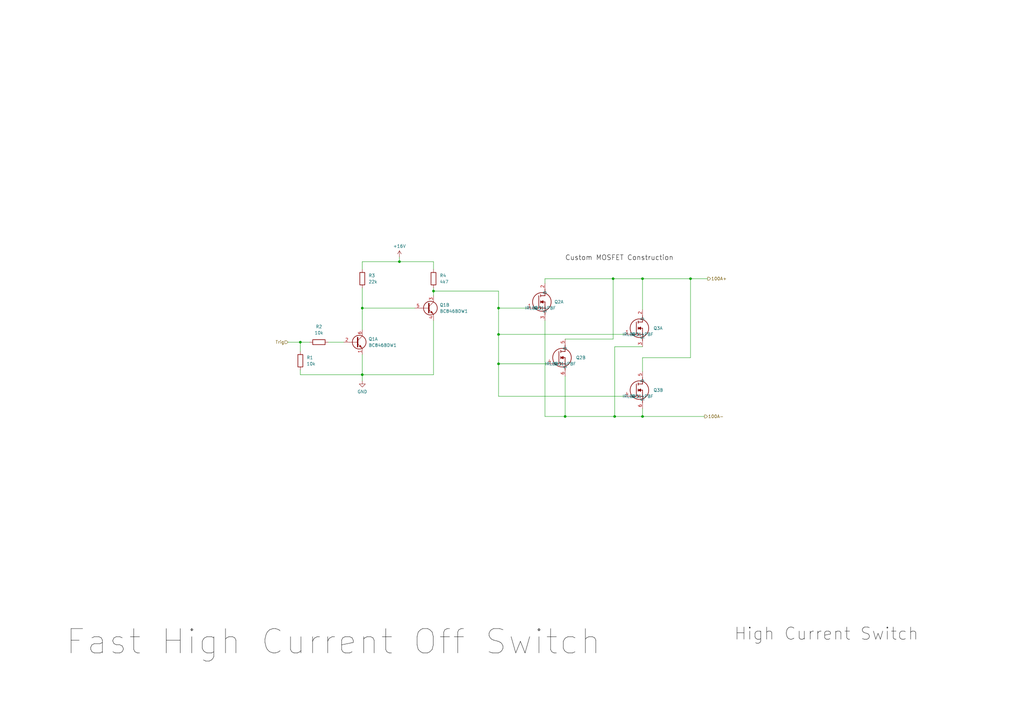
<source format=kicad_sch>
(kicad_sch (version 20230121) (generator eeschema)
  (paper "A3")
  (title_block (title "TEST137- GAVIM Upgrade V2") (date "2024-01-02") (rev "Is01.00") (company "Control Techniques"))
  (lib_symbols
    (symbol "CustomPads:+16V" (power) (pin_names (offset 0)) (in_bom no) (on_board no)
      (property "Value" "+16V" (at 0 3.556 0))
      (symbol "+16V_0_1"
        (polyline (pts (xy -0.762 1.27) (xy 0 2.54)))
        (polyline (pts (xy 0 0) (xy 0 2.54)))
        (polyline (pts (xy 0 2.54) (xy 0.762 1.27)))
      )
      (symbol "+16V_1_1"
        (pin power_in line (at 0 0 90) (length 0) hide (name "+16V") (number "1"))
      )
    )
    (symbol "CustomPads:MOSFET_Construct"
      (property "Reference" "Q" (at -2.54 9.525 0))
      (symbol "MOSFET_Construct_1_1"
        (polyline (pts (xy -3.175 0) (xy -0.635 0)) (stroke (width 0.254)))
        (polyline (pts (xy -0.635 5.08) (xy -0.635 0)) (stroke (width 0.254)))
        (polyline (pts (xy 0.127 -0.508) (xy 0.127 0.508)) (stroke (width 0.254)))
        (polyline (pts (xy 0.127 0) (xy 1.905 0)) (stroke (width 0.254)))
        (polyline (pts (xy 0.127 2.032) (xy 0.127 3.048)) (stroke (width 0.254)))
        (polyline (pts (xy 0.127 5.588) (xy 0.127 4.572)) (stroke (width 0.254)))
        (polyline (pts (xy 1.905 2.54) (xy 0.127 2.54)) (stroke (width 0.254)))
        (polyline (pts (xy 1.905 2.54) (xy 1.905 -2.54)) (stroke (width 0.254)))
        (polyline (pts (xy 1.905 5.08) (xy 0.127 5.08)) (stroke (width 0.254)))
        (polyline (pts (xy 1.905 5.08) (xy 1.905 7.62)) (stroke (width 0.254)))
        (polyline (pts (xy 0.127 2.54) (xy 1.143 3.048) (xy 1.143 2.032) (xy 0.127 2.54)) (stroke (width 0.254)) (fill (type outline)))
        (circle (center 0.635 2.54) (radius 3.81) (stroke (width 0.254)))
        (pin passive line (at -5.715 0 0) (length 2.54) (name "G") (number "1"))
        (pin passive line (at 1.905 10.16 270) (length 2.54) (name "D") (number "2"))
        (pin passive line (at 1.905 -5.08 90) (length 2.54) (name "S") (number "3"))
      )
      (symbol "MOSFET_Construct_2_1"
        (polyline (pts (xy -3.175 0) (xy -0.635 0)) (stroke (width 0.254)))
        (polyline (pts (xy -0.635 5.08) (xy -0.635 0)) (stroke (width 0.254)))
        (polyline (pts (xy 0.127 -0.508) (xy 0.127 0.508)) (stroke (width 0.254)))
        (polyline (pts (xy 0.127 0) (xy 1.905 0)) (stroke (width 0.254)))
        (polyline (pts (xy 0.127 2.032) (xy 0.127 3.048)) (stroke (width 0.254)))
        (polyline (pts (xy 0.127 5.588) (xy 0.127 4.572)) (stroke (width 0.254)))
        (polyline (pts (xy 1.905 2.54) (xy 0.127 2.54)) (stroke (width 0.254)))
        (polyline (pts (xy 1.905 2.54) (xy 1.905 -2.54)) (stroke (width 0.254)))
        (polyline (pts (xy 1.905 5.08) (xy 0.127 5.08)) (stroke (width 0.254)))
        (polyline (pts (xy 1.905 5.08) (xy 1.905 7.62)) (stroke (width 0.254)))
        (polyline (pts (xy 0.127 2.54) (xy 1.143 3.048) (xy 1.143 2.032) (xy 0.127 2.54)) (stroke (width 0.254)) (fill (type outline)))
        (circle (center 0.635 2.54) (radius 3.81) (stroke (width 0.254)))
        (pin passive line (at -5.715 0 0) (length 2.54) (name "G") (number "4"))
        (pin passive line (at 1.905 10.16 270) (length 2.54) (name "D") (number "5"))
        (pin passive line (at 1.905 -5.08 90) (length 2.54) (name "S") (number "6"))
      )
    )
    (symbol "Device:R" (pin_numbers hide) (pin_names (offset 0))
      (property "Reference" "R" (at 2.032 0 90))
      (property "Value" "R" (at 0 0 90))
      (symbol "R_0_1"
        (rectangle (start -1.016 -2.54) (end 1.016 2.54) (stroke (width 0.254)))
      )
      (symbol "R_1_1"
        (pin passive line (at 0 3.81 270) (length 1.27) (name "~") (number "1"))
        (pin passive line (at 0 -3.81 90) (length 1.27) (name "~") (number "2"))
      )
    )
    (symbol "Transistor_BJT:BC846BDW1" (pin_names (offset 0) hide)
      (property "Reference" "Q" (at 5.08 1.27 0))
      (property "Value" "BC846BDW1" (at 5.08 -1.27 0))
      (symbol "BC846BDW1_0_1"
        (polyline (pts (xy 0.635 0) (xy -2.54 0)))
        (polyline (pts (xy 0.635 0.635) (xy 2.54 2.54)))
        (polyline (pts (xy 0.635 -0.635) (xy 2.54 -2.54) (xy 2.54 -2.54)))
        (polyline (pts (xy 0.635 1.905) (xy 0.635 -1.905) (xy 0.635 -1.905)) (stroke (width 0.508)))
        (polyline (pts (xy 1.27 -1.778) (xy 1.778 -1.27) (xy 2.286 -2.286) (xy 1.27 -1.778) (xy 1.27 -1.778)) (fill (type outline)))
        (circle (center 1.27 0) (radius 2.8194) (stroke (width 0.254)))
      )
      (symbol "BC846BDW1_1_1"
        (pin passive line (at 2.54 -5.08 90) (length 2.54) (name "E1") (number "1"))
        (pin input line (at -5.08 0 0) (length 2.54) (name "B1") (number "2"))
        (pin passive line (at 2.54 5.08 270) (length 2.54) (name "C1") (number "6"))
      )
      (symbol "BC846BDW1_2_1"
        (pin passive line (at 2.54 5.08 270) (length 2.54) (name "C2") (number "3"))
        (pin passive line (at 2.54 -5.08 90) (length 2.54) (name "E2") (number "4"))
        (pin input line (at -5.08 0 0) (length 2.54) (name "B2") (number "5"))
      )
    )
    (symbol "power:GND" (power) (pin_names (offset 0))
      (property "Value" "GND" (at 0 -3.81 0))
      (symbol "GND_0_1"
        (polyline (pts (xy 0 0) (xy 0 -1.27) (xy 1.27 -1.27) (xy 0 -2.54) (xy -1.27 -1.27) (xy 0 -1.27)))
      )
      (symbol "GND_1_1"
        (pin power_in line (at 0 0 270) (length 0) hide (name "GND") (number "1"))
      )
    )
  )
  (junction (at 148.59 153.67))
  (junction (at 251.46 114.3))
  (junction (at 283.21 114.3))
  (junction (at 123.19 140.335))
  (junction (at 163.83 107.315))
  (junction (at 204.47 149.225))
  (junction (at 204.47 126.365))
  (junction (at 204.47 137.16))
  (junction (at 252.095 170.815))
  (junction (at 263.525 170.815))
  (junction (at 263.525 114.3))
  (junction (at 177.8 119.38))
  (junction (at 148.59 126.365))
  (junction (at 231.775 170.815))
  (wire (pts (xy 123.19 144.145) (xy 123.19 140.335)))
  (wire (pts (xy 177.8 118.11) (xy 177.8 119.38)))
  (wire (pts (xy 204.47 119.38) (xy 177.8 119.38)))
  (wire (pts (xy 148.59 153.67) (xy 148.59 156.21)))
  (wire (pts (xy 288.925 170.815) (xy 263.525 170.815)))
  (wire (pts (xy 251.46 114.3) (xy 263.525 114.3)))
  (wire (pts (xy 123.19 140.335) (xy 127 140.335)))
  (wire (pts (xy 148.59 110.49) (xy 148.59 107.315)))
  (wire (pts (xy 255.905 137.16) (xy 204.47 137.16)))
  (wire (pts (xy 177.8 131.445) (xy 177.8 153.67)))
  (wire (pts (xy 123.19 153.67) (xy 148.59 153.67)))
  (wire (pts (xy 283.21 146.685) (xy 283.21 114.3)))
  (wire (pts (xy 204.47 126.365) (xy 204.47 119.38)))
  (wire (pts (xy 163.83 107.315) (xy 177.8 107.315)))
  (wire (pts (xy 177.8 153.67) (xy 148.59 153.67)))
  (wire (pts (xy 177.8 119.38) (xy 177.8 121.285)))
  (wire (pts (xy 123.19 151.765) (xy 123.19 153.67)))
  (wire (pts (xy 263.525 127) (xy 263.525 114.3)))
  (wire (pts (xy 263.525 146.685) (xy 283.21 146.685)))
  (wire (pts (xy 170.18 126.365) (xy 148.59 126.365)))
  (wire (pts (xy 251.46 139.065) (xy 251.46 114.3)))
  (wire (pts (xy 263.525 114.3) (xy 283.21 114.3)))
  (wire (pts (xy 231.775 170.815) (xy 252.095 170.815)))
  (wire (pts (xy 204.47 137.16) (xy 204.47 149.225)))
  (wire (pts (xy 134.62 140.335) (xy 140.97 140.335)))
  (wire (pts (xy 283.21 114.3) (xy 290.195 114.3)))
  (wire (pts (xy 223.52 131.445) (xy 223.52 170.815)))
  (wire (pts (xy 148.59 126.365) (xy 148.59 135.255)))
  (wire (pts (xy 263.525 152.4) (xy 263.525 146.685)))
  (wire (pts (xy 255.905 162.56) (xy 204.47 162.56)))
  (wire (pts (xy 148.59 118.11) (xy 148.59 126.365)))
  (wire (pts (xy 223.52 114.3) (xy 251.46 114.3)))
  (wire (pts (xy 204.47 126.365) (xy 204.47 137.16)))
  (wire (pts (xy 223.52 114.3) (xy 223.52 116.205)))
  (wire (pts (xy 148.59 107.315) (xy 163.83 107.315)))
  (wire (pts (xy 204.47 149.225) (xy 204.47 162.56)))
  (wire (pts (xy 252.095 170.815) (xy 263.525 170.815)))
  (wire (pts (xy 118.11 140.335) (xy 123.19 140.335)))
  (wire (pts (xy 223.52 170.815) (xy 231.775 170.815)))
  (wire (pts (xy 177.8 107.315) (xy 177.8 110.49)))
  (wire (pts (xy 148.59 145.415) (xy 148.59 153.67)))
  (wire (pts (xy 163.83 105.41) (xy 163.83 107.315)))
  (wire (pts (xy 263.525 142.24) (xy 252.095 142.24)))
  (wire (pts (xy 263.525 170.815) (xy 263.525 167.64)))
  (wire (pts (xy 252.095 142.24) (xy 252.095 170.815)))
  (wire (pts (xy 231.775 139.065) (xy 251.46 139.065)))
  (wire (pts (xy 231.775 154.305) (xy 231.775 170.815)))
  (wire (pts (xy 215.9 126.365) (xy 204.47 126.365)))
  (wire (pts (xy 224.155 149.225) (xy 204.47 149.225)))
  (label "Fast High Current Off Switch" (at 26.67 271.78 0) (effects (font (size 10 10))))
  (label "Custom MOSFET Construction" (at 231.775 107.315 0) (effects (font (size 2 2))))
  (label "High Current Switch" (at 300.99 264.16 0) (effects (font (size 5 5))))
  (hierarchical_label "100A-" (shape output) (at 288.925 170.815 0))
  (hierarchical_label "Trig" (shape input) (at 118.11 140.335 180))
  (hierarchical_label "100A+" (shape output) (at 290.195 114.3 0))
  (symbol (lib_id "CustomPads:MOSFET_Construct") (at 229.87 149.225 0) (unit 2)
    (property "Reference" "Q2" (at 236.22 146.685 0) (effects (justify left)))
    (property "Value" "IRLB8314PBF" (at 229.87 149.225 0))
    (property "Footprint" "CustomPads:MOSFETConstruct" (effects hide))
    (property "CT Part Number" "N/A" (effects hide))
    (property "Link (Ext)" "https://www.mouser.co.uk/ProductDetail/Infineon-Technologies/IRLB8314PBF?qs=7jf4hlN%252BSJCsWzP%252BFkxXbQ%3D%3D" (effects hide))
  )
  (symbol (lib_id "CustomPads:MOSFET_Construct") (at 261.62 162.56 0) (unit 2)
    (property "Reference" "Q3" (at 267.97 160.02 0) (effects (justify left)))
    (property "Value" "IRLB8314PBF" (at 261.62 162.56 0))
    (property "Footprint" "CustomPads:MOSFETConstruct" (effects hide))
    (property "CT Part Number" "N/A" (effects hide))
    (property "Link (Ext)" "https://www.mouser.co.uk/ProductDetail/Infineon-Technologies/IRLB8314PBF?qs=7jf4hlN%252BSJCsWzP%252BFkxXbQ%3D%3D" (effects hide))
  )
  (symbol (lib_id "Transistor_BJT:BC846BDW1") (at 175.26 126.365 0) (unit 2)
    (property "Reference" "Q1" (at 180.34 125.095 0) (effects (justify left)))
    (property "Value" "BC846BDW1" (at 180.34 127.635 0) (effects (justify left)))
    (property "Footprint" "Package_TO_SOT_SMD:SOT-363_SC-70-6" (effects hide))
    (property "Datasheet" "http://www.onsemi.com/pub_link/Collateral/BC846BDW1T1-D.PDF" (effects hide))
    (property "CT Part Number" "2142-1846" (effects hide))
  )
  (symbol (lib_id "CustomPads:+16V") (at 163.83 105.41 0) (unit 1)
    (property "Reference" "#PWR03" (effects hide))
    (property "Value" "+16V" (at 163.83 100.965 0))
  )
  (symbol (lib_id "CustomPads:MOSFET_Construct") (at 221.615 126.365 0) (unit 1)
    (property "Reference" "Q2" (at 227.33 123.825 0) (effects (justify left)))
    (property "Value" "IRLB8314PBF" (at 221.615 126.365 0))
    (property "Footprint" "CustomPads:MOSFETConstruct" (effects hide))
    (property "CT Part Number" "N/A" (effects hide))
    (property "Link (Ext)" "https://www.mouser.co.uk/ProductDetail/Infineon-Technologies/IRLB8314PBF?qs=7jf4hlN%252BSJCsWzP%252BFkxXbQ%3D%3D" (effects hide))
  )
  (symbol (lib_id "CustomPads:MOSFET_Construct") (at 261.62 137.16 0) (unit 1)
    (property "Reference" "Q3" (at 267.97 134.62 0) (effects (justify left)))
    (property "Value" "IRLB8314PBF" (at 261.62 137.16 0))
    (property "Footprint" "CustomPads:MOSFETConstruct" (effects hide))
    (property "CT Part Number" "N/A" (effects hide))
    (property "Link (Ext)" "https://www.mouser.co.uk/ProductDetail/Infineon-Technologies/IRLB8314PBF?qs=7jf4hlN%252BSJCsWzP%252BFkxXbQ%3D%3D" (effects hide))
  )
  (symbol (lib_id "power:GND") (at 148.59 156.21 0) (unit 1)
    (property "Reference" "#PWR02" (effects hide))
    (property "Value" "GND" (at 148.59 160.655 0))
  )
  (symbol (lib_id "Transistor_BJT:BC846BDW1") (at 146.05 140.335 0) (unit 1)
    (property "Reference" "Q1" (at 151.13 139.065 0) (effects (justify left)))
    (property "Value" "BC846BDW1" (at 151.13 141.605 0) (effects (justify left)))
    (property "Footprint" "Package_TO_SOT_SMD:SOT-363_SC-70-6" (effects hide))
    (property "Datasheet" "http://www.onsemi.com/pub_link/Collateral/BC846BDW1T1-D.PDF" (effects hide))
    (property "CT Part Number" "2142-1846" (effects hide))
  )
  (symbol (lib_id "Device:R") (at 177.8 114.3 180) (unit 1)
    (property "Reference" "R4" (at 180.34 113.03 0) (effects (justify right)))
    (property "Value" "4k7" (at 180.34 115.57 0) (effects (justify right)))
    (property "Footprint" "Resistor_SMD:R_0603_1608Metric_Pad0.98x0.95mm_HandSolder" (effects hide))
    (property "CT Part Number" "1127-4471" (effects hide))
  )
  (symbol (lib_id "Device:R") (at 130.81 140.335 90) (unit 1)
    (property "Reference" "R2" (at 130.81 133.985 90))
    (property "Value" "10k" (at 130.81 136.525 90))
    (property "Footprint" "Resistor_SMD:R_0603_1608Metric_Pad0.98x0.95mm_HandSolder" (effects hide))
    (property "CT Part Number" "1127-5101" (effects hide))
    (property "Mouser Part Number" "LM321" (effects hide))
  )
  (symbol (lib_id "Device:R") (at 148.59 114.3 180) (unit 1)
    (property "Reference" "R3" (at 151.13 113.03 0) (effects (justify right)))
    (property "Value" "22k" (at 151.13 115.57 0) (effects (justify right)))
    (property "Footprint" "Resistor_SMD:R_0603_1608Metric_Pad0.98x0.95mm_HandSolder" (effects hide))
    (property "CT Part Number" "1127-5221" (effects hide))
  )
  (symbol (lib_id "Device:R") (at 123.19 147.955 180) (unit 1)
    (property "Reference" "R1" (at 125.73 146.685 0) (effects (justify right)))
    (property "Value" "10k" (at 125.73 149.225 0) (effects (justify right)))
    (property "Footprint" "Resistor_SMD:R_0603_1608Metric_Pad0.98x0.95mm_HandSolder" (effects hide))
    (property "CT Part Number" "1127-5101" (effects hide))
    (property "Mouser Part Number" "LM321" (effects hide))
  )
)
</source>
